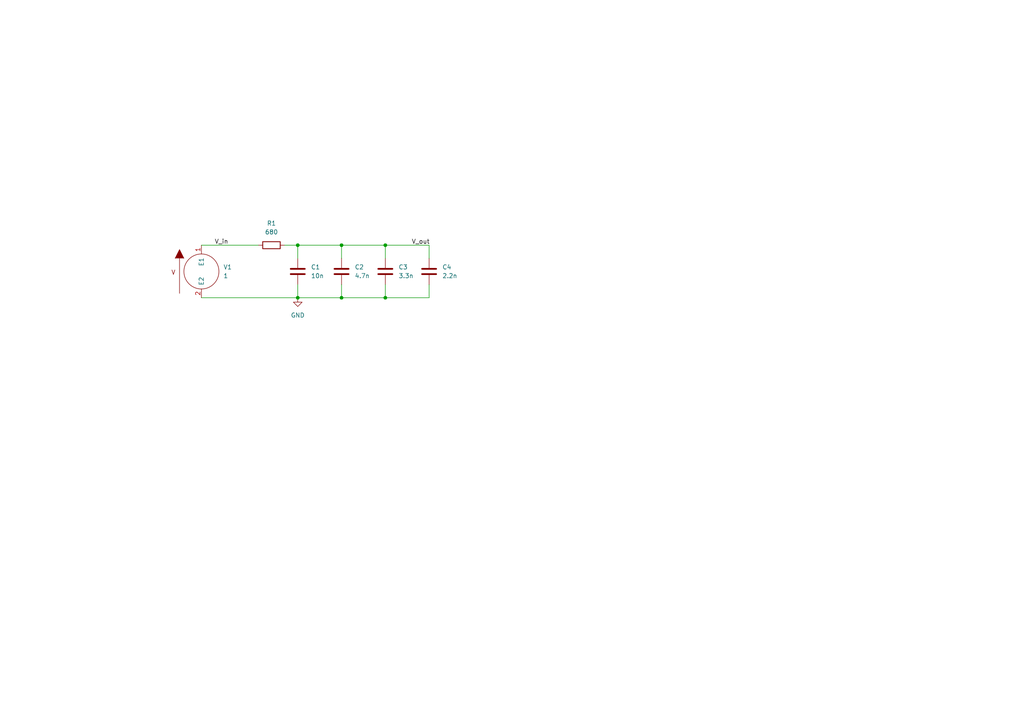
<source format=kicad_sch>
(kicad_sch (version 20211123) (generator eeschema)
  (paper "A4")
  (lib_symbols
    (symbol "Device:C" (pin_numbers hide) (pin_names (offset 0.254))
      (property "Reference" "C" (at 0.635 2.54 0))
      (property "Value" "C" (at 0.635 -2.54 0))
      (symbol "C_0_1"
        (polyline (pts (xy -2.032 -0.762) (xy 2.032 -0.762)) (stroke (width 0.508)))
        (polyline (pts (xy -2.032 0.762) (xy 2.032 0.762)) (stroke (width 0.508)))
      )
      (symbol "C_1_1"
        (pin passive line (at 0 3.81 270) (length 2.794) (name "~") (number "1"))
        (pin passive line (at 0 -3.81 90) (length 2.794) (name "~") (number "2"))
      )
    )
    (symbol "Device:R" (pin_numbers hide) (pin_names (offset 0))
      (property "Reference" "R" (at 2.032 0 90))
      (property "Value" "R" (at 0 0 90))
      (symbol "R_0_1"
        (rectangle (start -1.016 -2.54) (end 1.016 2.54) (stroke (width 0.254)))
      )
      (symbol "R_1_1"
        (pin passive line (at 0 3.81 270) (length 1.27) (name "~") (number "1"))
        (pin passive line (at 0 -3.81 90) (length 1.27) (name "~") (number "2"))
      )
    )
    (symbol "power:GND" (power) (pin_names (offset 0))
      (property "Value" "GND" (at 0 -3.81 0))
      (symbol "GND_0_1"
        (polyline (pts (xy 0 0) (xy 0 -1.27) (xy 1.27 -1.27) (xy 0 -2.54) (xy -1.27 -1.27) (xy 0 -1.27)))
      )
      (symbol "GND_1_1"
        (pin power_in line (at 0 0 270) (length 0) hide (name "GND") (number "1"))
      )
    )
    (symbol "pspice:VSOURCE" (pin_names (offset 1.016))
      (property "Reference" "V" (at -6.35 7.62 0))
      (property "Value" "VSOURCE" (at 0 0 0))
      (symbol "VSOURCE_0_1"
        (polyline (pts (xy -6.35 -6.35) (xy -6.35 3.81)) (fill (type outline)))
        (polyline (pts (xy -7.62 3.81) (xy -6.35 6.35) (xy -5.08 3.81)) (fill (type outline)))
        (circle (center 0 0) (radius 5.08))
        (text "V" (at -8.128 -0.254 0) (effects (font (size 1.27 1.27))))
      )
      (symbol "VSOURCE_1_1"
        (pin input line (at 0 7.62 270) (length 2.54) (name "E1") (number "1"))
        (pin input line (at 0 -7.62 90) (length 2.54) (name "E2") (number "2"))
      )
    )
  )
  (junction (at 99.06 86.36))
  (junction (at 111.76 71.12))
  (junction (at 99.06 71.12))
  (junction (at 111.76 86.36))
  (junction (at 86.36 71.12))
  (junction (at 86.36 86.36))
  (wire (pts (xy 82.55 71.12) (xy 86.36 71.12)))
  (wire (pts (xy 111.76 82.55) (xy 111.76 86.36)))
  (wire (pts (xy 58.42 86.36) (xy 86.36 86.36)))
  (wire (pts (xy 111.76 74.93) (xy 111.76 71.12)))
  (wire (pts (xy 124.46 71.12) (xy 111.76 71.12)))
  (wire (pts (xy 99.06 82.55) (xy 99.06 86.36)))
  (wire (pts (xy 99.06 71.12) (xy 86.36 71.12)))
  (wire (pts (xy 124.46 82.55) (xy 124.46 86.36)))
  (wire (pts (xy 99.06 74.93) (xy 99.06 71.12)))
  (wire (pts (xy 99.06 86.36) (xy 86.36 86.36)))
  (wire (pts (xy 58.42 71.12) (xy 74.93 71.12)))
  (wire (pts (xy 124.46 74.93) (xy 124.46 71.12)))
  (wire (pts (xy 124.46 86.36) (xy 111.76 86.36)))
  (wire (pts (xy 111.76 86.36) (xy 99.06 86.36)))
  (wire (pts (xy 86.36 71.12) (xy 86.36 74.93)))
  (wire (pts (xy 86.36 82.55) (xy 86.36 86.36)))
  (wire (pts (xy 111.76 71.12) (xy 99.06 71.12)))
  (label "V_in" (at 62.23 71.12 0))
  (label "V_out" (at 119.38 71.12 0))
  (symbol (lib_id "Device:C") (at 111.76 78.74 0) (unit 1)
    (property "Reference" "C3" (at 115.57 77.4699 0) (effects (justify left)))
    (property "Value" "3.3n" (at 115.57 80.0099 0) (effects (justify left)))
  )
  (symbol (lib_id "pspice:VSOURCE") (at 58.42 78.74 0) (unit 1)
    (property "Reference" "V1" (at 64.77 77.4699 0) (effects (justify left)))
    (property "Value" "1" (at 64.77 80.0099 0) (effects (justify left)))
  )
  (symbol (lib_id "Device:C") (at 124.46 78.74 0) (unit 1)
    (property "Reference" "C4" (at 128.27 77.4699 0) (effects (justify left)))
    (property "Value" "2.2n" (at 128.27 80.0099 0) (effects (justify left)))
  )
  (symbol (lib_id "Device:C") (at 86.36 78.74 0) (unit 1)
    (property "Reference" "C1" (at 90.17 77.4699 0) (effects (justify left)))
    (property "Value" "10n" (at 90.17 80.0099 0) (effects (justify left)))
  )
  (symbol (lib_id "Device:C") (at 99.06 78.74 0) (unit 1)
    (property "Reference" "C2" (at 102.87 77.4699 0) (effects (justify left)))
    (property "Value" "4.7n" (at 102.87 80.0099 0) (effects (justify left)))
  )
  (symbol (lib_id "power:GND") (at 86.36 86.36 0) (unit 1)
    (property "Reference" "#PWR?" (effects hide))
    (property "Value" "GND" (at 86.36 91.44 0))
  )
  (symbol (lib_id "Device:R") (at 78.74 71.12 90) (unit 1)
    (property "Reference" "R1" (at 78.74 64.77 90))
    (property "Value" "680" (at 78.74 67.31 90))
  )
)
</source>
